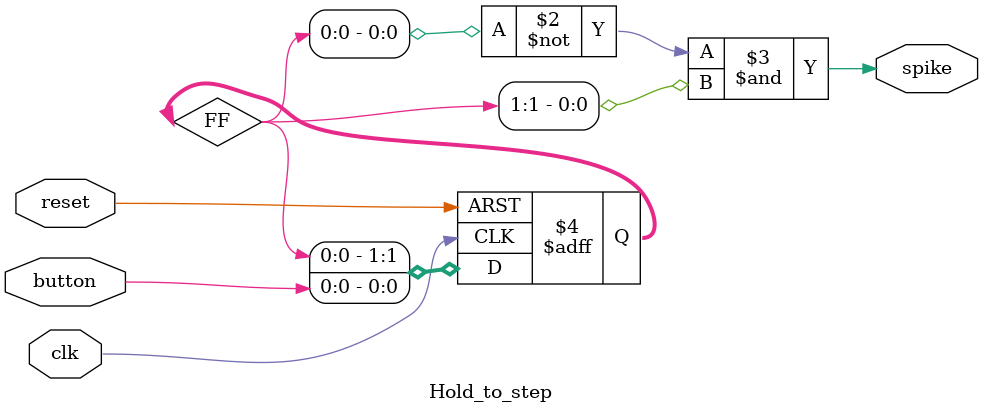
<source format=v>

/*
    This module takes a signal and generates a spike when the signal is released. 
    It is used to generate a spike when a button is released.
*/

module Hold_to_step (input clk, input reset, input button, output spike);
    reg [1:0] FF;
    
    always @(posedge clk or posedge reset) begin
        if (reset) begin
            FF[1] <= 0;
            FF[0] <= 0;
        end else begin
            FF[0] <= button;
            FF[1] <= FF[0];
        end
    end

    assign spike = ~FF[0] & FF[1];
endmodule
</source>
